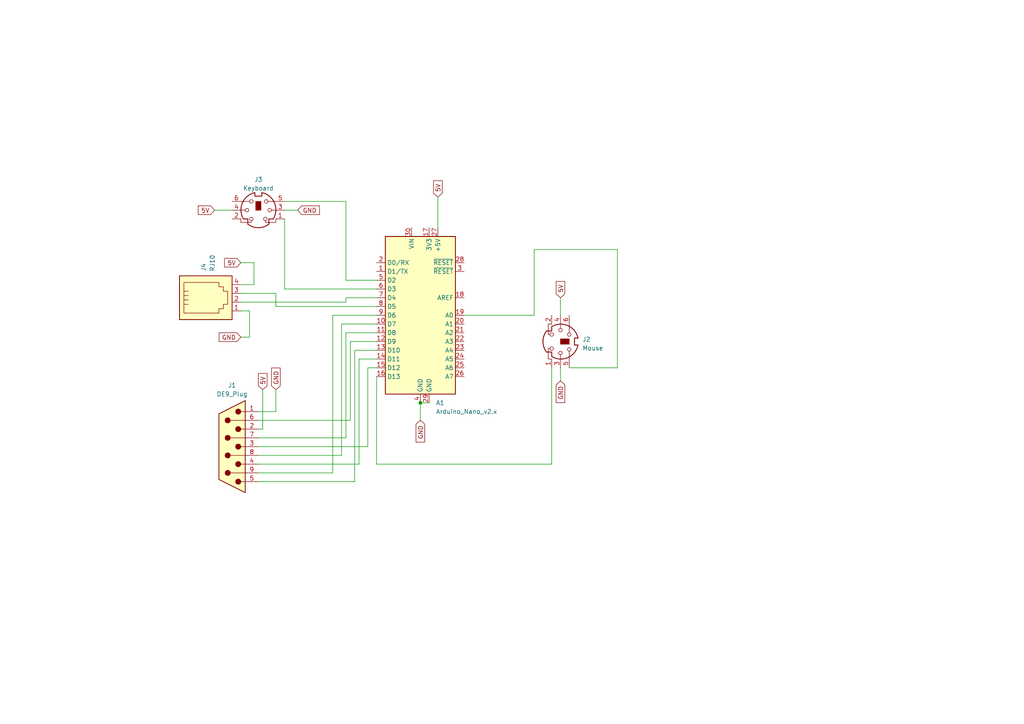
<source format=kicad_sch>
(kicad_sch (version 20230121) (generator eeschema)

  (uuid 37bac8ee-bf30-40f9-86b0-1261a727ab09)

  (paper "A4")

  (lib_symbols
    (symbol "Connector:DE9_Plug" (pin_names (offset 1.016) hide) (in_bom yes) (on_board yes)
      (property "Reference" "J" (at 0 13.97 0)
        (effects (font (size 1.27 1.27)))
      )
      (property "Value" "DE9_Plug" (at 0 -14.605 0)
        (effects (font (size 1.27 1.27)))
      )
      (property "Footprint" "" (at 0 0 0)
        (effects (font (size 1.27 1.27)) hide)
      )
      (property "Datasheet" " ~" (at 0 0 0)
        (effects (font (size 1.27 1.27)) hide)
      )
      (property "ki_keywords" "connector male plug D-SUB DB9" (at 0 0 0)
        (effects (font (size 1.27 1.27)) hide)
      )
      (property "ki_description" "9-pin male plug pin D-SUB connector" (at 0 0 0)
        (effects (font (size 1.27 1.27)) hide)
      )
      (property "ki_fp_filters" "DSUB*Male*" (at 0 0 0)
        (effects (font (size 1.27 1.27)) hide)
      )
      (symbol "DE9_Plug_0_1"
        (circle (center -1.778 -10.16) (radius 0.762)
          (stroke (width 0) (type default))
          (fill (type outline))
        )
        (circle (center -1.778 -5.08) (radius 0.762)
          (stroke (width 0) (type default))
          (fill (type outline))
        )
        (circle (center -1.778 0) (radius 0.762)
          (stroke (width 0) (type default))
          (fill (type outline))
        )
        (circle (center -1.778 5.08) (radius 0.762)
          (stroke (width 0) (type default))
          (fill (type outline))
        )
        (circle (center -1.778 10.16) (radius 0.762)
          (stroke (width 0) (type default))
          (fill (type outline))
        )
        (polyline
          (pts
            (xy -3.81 -10.16)
            (xy -2.54 -10.16)
          )
          (stroke (width 0) (type default))
          (fill (type none))
        )
        (polyline
          (pts
            (xy -3.81 -7.62)
            (xy 0.508 -7.62)
          )
          (stroke (width 0) (type default))
          (fill (type none))
        )
        (polyline
          (pts
            (xy -3.81 -5.08)
            (xy -2.54 -5.08)
          )
          (stroke (width 0) (type default))
          (fill (type none))
        )
        (polyline
          (pts
            (xy -3.81 -2.54)
            (xy 0.508 -2.54)
          )
          (stroke (width 0) (type default))
          (fill (type none))
        )
        (polyline
          (pts
            (xy -3.81 0)
            (xy -2.54 0)
          )
          (stroke (width 0) (type default))
          (fill (type none))
        )
        (polyline
          (pts
            (xy -3.81 2.54)
            (xy 0.508 2.54)
          )
          (stroke (width 0) (type default))
          (fill (type none))
        )
        (polyline
          (pts
            (xy -3.81 5.08)
            (xy -2.54 5.08)
          )
          (stroke (width 0) (type default))
          (fill (type none))
        )
        (polyline
          (pts
            (xy -3.81 7.62)
            (xy 0.508 7.62)
          )
          (stroke (width 0) (type default))
          (fill (type none))
        )
        (polyline
          (pts
            (xy -3.81 10.16)
            (xy -2.54 10.16)
          )
          (stroke (width 0) (type default))
          (fill (type none))
        )
        (polyline
          (pts
            (xy -3.81 -13.335)
            (xy -3.81 13.335)
            (xy 3.81 9.525)
            (xy 3.81 -9.525)
            (xy -3.81 -13.335)
          )
          (stroke (width 0.254) (type default))
          (fill (type background))
        )
        (circle (center 1.27 -7.62) (radius 0.762)
          (stroke (width 0) (type default))
          (fill (type outline))
        )
        (circle (center 1.27 -2.54) (radius 0.762)
          (stroke (width 0) (type default))
          (fill (type outline))
        )
        (circle (center 1.27 2.54) (radius 0.762)
          (stroke (width 0) (type default))
          (fill (type outline))
        )
        (circle (center 1.27 7.62) (radius 0.762)
          (stroke (width 0) (type default))
          (fill (type outline))
        )
      )
      (symbol "DE9_Plug_1_1"
        (pin passive line (at -7.62 -10.16 0) (length 3.81)
          (name "1" (effects (font (size 1.27 1.27))))
          (number "1" (effects (font (size 1.27 1.27))))
        )
        (pin passive line (at -7.62 -5.08 0) (length 3.81)
          (name "2" (effects (font (size 1.27 1.27))))
          (number "2" (effects (font (size 1.27 1.27))))
        )
        (pin passive line (at -7.62 0 0) (length 3.81)
          (name "3" (effects (font (size 1.27 1.27))))
          (number "3" (effects (font (size 1.27 1.27))))
        )
        (pin passive line (at -7.62 5.08 0) (length 3.81)
          (name "4" (effects (font (size 1.27 1.27))))
          (number "4" (effects (font (size 1.27 1.27))))
        )
        (pin passive line (at -7.62 10.16 0) (length 3.81)
          (name "5" (effects (font (size 1.27 1.27))))
          (number "5" (effects (font (size 1.27 1.27))))
        )
        (pin passive line (at -7.62 -7.62 0) (length 3.81)
          (name "6" (effects (font (size 1.27 1.27))))
          (number "6" (effects (font (size 1.27 1.27))))
        )
        (pin passive line (at -7.62 -2.54 0) (length 3.81)
          (name "7" (effects (font (size 1.27 1.27))))
          (number "7" (effects (font (size 1.27 1.27))))
        )
        (pin passive line (at -7.62 2.54 0) (length 3.81)
          (name "8" (effects (font (size 1.27 1.27))))
          (number "8" (effects (font (size 1.27 1.27))))
        )
        (pin passive line (at -7.62 7.62 0) (length 3.81)
          (name "9" (effects (font (size 1.27 1.27))))
          (number "9" (effects (font (size 1.27 1.27))))
        )
      )
    )
    (symbol "Connector:Mini-DIN-6" (pin_names (offset 1.016)) (in_bom yes) (on_board yes)
      (property "Reference" "J" (at 0 6.35 0)
        (effects (font (size 1.27 1.27)))
      )
      (property "Value" "Mini-DIN-6" (at 0 -6.35 0)
        (effects (font (size 1.27 1.27)))
      )
      (property "Footprint" "" (at 0 0 0)
        (effects (font (size 1.27 1.27)) hide)
      )
      (property "Datasheet" "http://service.powerdynamics.com/ec/Catalog17/Section%2011.pdf" (at 0 0 0)
        (effects (font (size 1.27 1.27)) hide)
      )
      (property "ki_keywords" "Mini-DIN" (at 0 0 0)
        (effects (font (size 1.27 1.27)) hide)
      )
      (property "ki_description" "6-pin Mini-DIN connector" (at 0 0 0)
        (effects (font (size 1.27 1.27)) hide)
      )
      (property "ki_fp_filters" "MINI?DIN*" (at 0 0 0)
        (effects (font (size 1.27 1.27)) hide)
      )
      (symbol "Mini-DIN-6_0_1"
        (circle (center -3.302 0) (radius 0.508)
          (stroke (width 0) (type default))
          (fill (type none))
        )
        (arc (start -3.048 -4.064) (mid 0 -5.08) (end 3.048 -4.064)
          (stroke (width 0.254) (type default))
          (fill (type none))
        )
        (circle (center -2.032 -2.54) (radius 0.508)
          (stroke (width 0) (type default))
          (fill (type none))
        )
        (circle (center -2.032 2.54) (radius 0.508)
          (stroke (width 0) (type default))
          (fill (type none))
        )
        (arc (start -1.016 5.08) (mid -4.6228 2.1214) (end -4.318 -2.54)
          (stroke (width 0.254) (type default))
          (fill (type none))
        )
        (rectangle (start -0.762 2.54) (end 0.762 0)
          (stroke (width 0) (type default))
          (fill (type outline))
        )
        (polyline
          (pts
            (xy -3.81 0)
            (xy -5.08 0)
          )
          (stroke (width 0) (type default))
          (fill (type none))
        )
        (polyline
          (pts
            (xy -2.54 2.54)
            (xy -5.08 2.54)
          )
          (stroke (width 0) (type default))
          (fill (type none))
        )
        (polyline
          (pts
            (xy 2.794 2.54)
            (xy 5.08 2.54)
          )
          (stroke (width 0) (type default))
          (fill (type none))
        )
        (polyline
          (pts
            (xy 5.08 0)
            (xy 3.81 0)
          )
          (stroke (width 0) (type default))
          (fill (type none))
        )
        (polyline
          (pts
            (xy -4.318 -2.54)
            (xy -3.048 -2.54)
            (xy -3.048 -4.064)
          )
          (stroke (width 0.254) (type default))
          (fill (type none))
        )
        (polyline
          (pts
            (xy 4.318 -2.54)
            (xy 3.048 -2.54)
            (xy 3.048 -4.064)
          )
          (stroke (width 0.254) (type default))
          (fill (type none))
        )
        (polyline
          (pts
            (xy -2.032 -3.048)
            (xy -2.032 -3.556)
            (xy -5.08 -3.556)
            (xy -5.08 -2.54)
          )
          (stroke (width 0) (type default))
          (fill (type none))
        )
        (polyline
          (pts
            (xy -1.016 5.08)
            (xy -1.016 4.064)
            (xy 1.016 4.064)
            (xy 1.016 5.08)
          )
          (stroke (width 0.254) (type default))
          (fill (type none))
        )
        (polyline
          (pts
            (xy 2.032 -3.048)
            (xy 2.032 -3.556)
            (xy 5.08 -3.556)
            (xy 5.08 -2.54)
          )
          (stroke (width 0) (type default))
          (fill (type none))
        )
        (circle (center 2.032 -2.54) (radius 0.508)
          (stroke (width 0) (type default))
          (fill (type none))
        )
        (circle (center 2.286 2.54) (radius 0.508)
          (stroke (width 0) (type default))
          (fill (type none))
        )
        (circle (center 3.302 0) (radius 0.508)
          (stroke (width 0) (type default))
          (fill (type none))
        )
        (arc (start 4.318 -2.54) (mid 4.6661 2.1322) (end 1.016 5.08)
          (stroke (width 0.254) (type default))
          (fill (type none))
        )
      )
      (symbol "Mini-DIN-6_1_1"
        (pin passive line (at 7.62 -2.54 180) (length 2.54)
          (name "~" (effects (font (size 1.27 1.27))))
          (number "1" (effects (font (size 1.27 1.27))))
        )
        (pin passive line (at -7.62 -2.54 0) (length 2.54)
          (name "~" (effects (font (size 1.27 1.27))))
          (number "2" (effects (font (size 1.27 1.27))))
        )
        (pin passive line (at 7.62 0 180) (length 2.54)
          (name "~" (effects (font (size 1.27 1.27))))
          (number "3" (effects (font (size 1.27 1.27))))
        )
        (pin passive line (at -7.62 0 0) (length 2.54)
          (name "~" (effects (font (size 1.27 1.27))))
          (number "4" (effects (font (size 1.27 1.27))))
        )
        (pin passive line (at 7.62 2.54 180) (length 2.54)
          (name "~" (effects (font (size 1.27 1.27))))
          (number "5" (effects (font (size 1.27 1.27))))
        )
        (pin passive line (at -7.62 2.54 0) (length 2.54)
          (name "~" (effects (font (size 1.27 1.27))))
          (number "6" (effects (font (size 1.27 1.27))))
        )
      )
    )
    (symbol "Connector:RJ10" (pin_names (offset 1.016)) (in_bom yes) (on_board yes)
      (property "Reference" "J" (at -5.08 8.89 0)
        (effects (font (size 1.27 1.27)) (justify right))
      )
      (property "Value" "RJ10" (at 2.54 8.89 0)
        (effects (font (size 1.27 1.27)) (justify left))
      )
      (property "Footprint" "" (at 0 1.27 90)
        (effects (font (size 1.27 1.27)) hide)
      )
      (property "Datasheet" "~" (at 0 1.27 90)
        (effects (font (size 1.27 1.27)) hide)
      )
      (property "ki_keywords" "4P4C RJ socket connector" (at 0 0 0)
        (effects (font (size 1.27 1.27)) hide)
      )
      (property "ki_description" "RJ connector, 4P4C (4 positions 4 connected)" (at 0 0 0)
        (effects (font (size 1.27 1.27)) hide)
      )
      (property "ki_fp_filters" "4P4C* RJ9* RJ10* RJ22*" (at 0 0 0)
        (effects (font (size 1.27 1.27)) hide)
      )
      (symbol "RJ10_0_1"
        (polyline
          (pts
            (xy -6.35 -0.635)
            (xy -5.08 -0.635)
            (xy -5.08 -0.635)
          )
          (stroke (width 0) (type default))
          (fill (type none))
        )
        (polyline
          (pts
            (xy -6.35 0.635)
            (xy -5.08 0.635)
            (xy -5.08 0.635)
          )
          (stroke (width 0) (type default))
          (fill (type none))
        )
        (polyline
          (pts
            (xy -6.35 1.905)
            (xy -5.08 1.905)
            (xy -5.08 1.905)
          )
          (stroke (width 0) (type default))
          (fill (type none))
        )
        (polyline
          (pts
            (xy -6.35 3.175)
            (xy -5.08 3.175)
            (xy -5.08 3.175)
          )
          (stroke (width 0) (type default))
          (fill (type none))
        )
        (polyline
          (pts
            (xy -6.35 -3.175)
            (xy -6.35 5.715)
            (xy -1.27 5.715)
            (xy 3.81 5.715)
            (xy 3.81 4.445)
            (xy 5.08 4.445)
            (xy 5.08 3.175)
            (xy 6.35 3.175)
            (xy 6.35 -0.635)
            (xy 5.08 -0.635)
            (xy 5.08 -1.905)
            (xy 3.81 -1.905)
            (xy 3.81 -3.175)
            (xy -6.35 -3.175)
            (xy -6.35 -3.175)
          )
          (stroke (width 0) (type default))
          (fill (type none))
        )
        (rectangle (start 7.62 7.62) (end -7.62 -5.08)
          (stroke (width 0.254) (type default))
          (fill (type background))
        )
      )
      (symbol "RJ10_1_1"
        (pin passive line (at 10.16 -2.54 180) (length 2.54)
          (name "~" (effects (font (size 1.27 1.27))))
          (number "1" (effects (font (size 1.27 1.27))))
        )
        (pin passive line (at 10.16 0 180) (length 2.54)
          (name "~" (effects (font (size 1.27 1.27))))
          (number "2" (effects (font (size 1.27 1.27))))
        )
        (pin passive line (at 10.16 2.54 180) (length 2.54)
          (name "~" (effects (font (size 1.27 1.27))))
          (number "3" (effects (font (size 1.27 1.27))))
        )
        (pin passive line (at 10.16 5.08 180) (length 2.54)
          (name "~" (effects (font (size 1.27 1.27))))
          (number "4" (effects (font (size 1.27 1.27))))
        )
      )
    )
    (symbol "MCU_Module:Arduino_Nano_v2.x" (in_bom yes) (on_board yes)
      (property "Reference" "A" (at -10.16 23.495 0)
        (effects (font (size 1.27 1.27)) (justify left bottom))
      )
      (property "Value" "Arduino_Nano_v2.x" (at 5.08 -24.13 0)
        (effects (font (size 1.27 1.27)) (justify left top))
      )
      (property "Footprint" "Module:Arduino_Nano" (at 0 0 0)
        (effects (font (size 1.27 1.27) italic) hide)
      )
      (property "Datasheet" "https://www.arduino.cc/en/uploads/Main/ArduinoNanoManual23.pdf" (at 0 0 0)
        (effects (font (size 1.27 1.27)) hide)
      )
      (property "ki_keywords" "Arduino nano microcontroller module USB" (at 0 0 0)
        (effects (font (size 1.27 1.27)) hide)
      )
      (property "ki_description" "Arduino Nano v2.x" (at 0 0 0)
        (effects (font (size 1.27 1.27)) hide)
      )
      (property "ki_fp_filters" "Arduino*Nano*" (at 0 0 0)
        (effects (font (size 1.27 1.27)) hide)
      )
      (symbol "Arduino_Nano_v2.x_0_1"
        (rectangle (start -10.16 22.86) (end 10.16 -22.86)
          (stroke (width 0.254) (type default))
          (fill (type background))
        )
      )
      (symbol "Arduino_Nano_v2.x_1_1"
        (pin bidirectional line (at -12.7 12.7 0) (length 2.54)
          (name "D1/TX" (effects (font (size 1.27 1.27))))
          (number "1" (effects (font (size 1.27 1.27))))
        )
        (pin bidirectional line (at -12.7 -2.54 0) (length 2.54)
          (name "D7" (effects (font (size 1.27 1.27))))
          (number "10" (effects (font (size 1.27 1.27))))
        )
        (pin bidirectional line (at -12.7 -5.08 0) (length 2.54)
          (name "D8" (effects (font (size 1.27 1.27))))
          (number "11" (effects (font (size 1.27 1.27))))
        )
        (pin bidirectional line (at -12.7 -7.62 0) (length 2.54)
          (name "D9" (effects (font (size 1.27 1.27))))
          (number "12" (effects (font (size 1.27 1.27))))
        )
        (pin bidirectional line (at -12.7 -10.16 0) (length 2.54)
          (name "D10" (effects (font (size 1.27 1.27))))
          (number "13" (effects (font (size 1.27 1.27))))
        )
        (pin bidirectional line (at -12.7 -12.7 0) (length 2.54)
          (name "D11" (effects (font (size 1.27 1.27))))
          (number "14" (effects (font (size 1.27 1.27))))
        )
        (pin bidirectional line (at -12.7 -15.24 0) (length 2.54)
          (name "D12" (effects (font (size 1.27 1.27))))
          (number "15" (effects (font (size 1.27 1.27))))
        )
        (pin bidirectional line (at -12.7 -17.78 0) (length 2.54)
          (name "D13" (effects (font (size 1.27 1.27))))
          (number "16" (effects (font (size 1.27 1.27))))
        )
        (pin power_out line (at 2.54 25.4 270) (length 2.54)
          (name "3V3" (effects (font (size 1.27 1.27))))
          (number "17" (effects (font (size 1.27 1.27))))
        )
        (pin input line (at 12.7 5.08 180) (length 2.54)
          (name "AREF" (effects (font (size 1.27 1.27))))
          (number "18" (effects (font (size 1.27 1.27))))
        )
        (pin bidirectional line (at 12.7 0 180) (length 2.54)
          (name "A0" (effects (font (size 1.27 1.27))))
          (number "19" (effects (font (size 1.27 1.27))))
        )
        (pin bidirectional line (at -12.7 15.24 0) (length 2.54)
          (name "D0/RX" (effects (font (size 1.27 1.27))))
          (number "2" (effects (font (size 1.27 1.27))))
        )
        (pin bidirectional line (at 12.7 -2.54 180) (length 2.54)
          (name "A1" (effects (font (size 1.27 1.27))))
          (number "20" (effects (font (size 1.27 1.27))))
        )
        (pin bidirectional line (at 12.7 -5.08 180) (length 2.54)
          (name "A2" (effects (font (size 1.27 1.27))))
          (number "21" (effects (font (size 1.27 1.27))))
        )
        (pin bidirectional line (at 12.7 -7.62 180) (length 2.54)
          (name "A3" (effects (font (size 1.27 1.27))))
          (number "22" (effects (font (size 1.27 1.27))))
        )
        (pin bidirectional line (at 12.7 -10.16 180) (length 2.54)
          (name "A4" (effects (font (size 1.27 1.27))))
          (number "23" (effects (font (size 1.27 1.27))))
        )
        (pin bidirectional line (at 12.7 -12.7 180) (length 2.54)
          (name "A5" (effects (font (size 1.27 1.27))))
          (number "24" (effects (font (size 1.27 1.27))))
        )
        (pin bidirectional line (at 12.7 -15.24 180) (length 2.54)
          (name "A6" (effects (font (size 1.27 1.27))))
          (number "25" (effects (font (size 1.27 1.27))))
        )
        (pin bidirectional line (at 12.7 -17.78 180) (length 2.54)
          (name "A7" (effects (font (size 1.27 1.27))))
          (number "26" (effects (font (size 1.27 1.27))))
        )
        (pin power_out line (at 5.08 25.4 270) (length 2.54)
          (name "+5V" (effects (font (size 1.27 1.27))))
          (number "27" (effects (font (size 1.27 1.27))))
        )
        (pin input line (at 12.7 15.24 180) (length 2.54)
          (name "~{RESET}" (effects (font (size 1.27 1.27))))
          (number "28" (effects (font (size 1.27 1.27))))
        )
        (pin power_in line (at 2.54 -25.4 90) (length 2.54)
          (name "GND" (effects (font (size 1.27 1.27))))
          (number "29" (effects (font (size 1.27 1.27))))
        )
        (pin input line (at 12.7 12.7 180) (length 2.54)
          (name "~{RESET}" (effects (font (size 1.27 1.27))))
          (number "3" (effects (font (size 1.27 1.27))))
        )
        (pin power_in line (at -2.54 25.4 270) (length 2.54)
          (name "VIN" (effects (font (size 1.27 1.27))))
          (number "30" (effects (font (size 1.27 1.27))))
        )
        (pin power_in line (at 0 -25.4 90) (length 2.54)
          (name "GND" (effects (font (size 1.27 1.27))))
          (number "4" (effects (font (size 1.27 1.27))))
        )
        (pin bidirectional line (at -12.7 10.16 0) (length 2.54)
          (name "D2" (effects (font (size 1.27 1.27))))
          (number "5" (effects (font (size 1.27 1.27))))
        )
        (pin bidirectional line (at -12.7 7.62 0) (length 2.54)
          (name "D3" (effects (font (size 1.27 1.27))))
          (number "6" (effects (font (size 1.27 1.27))))
        )
        (pin bidirectional line (at -12.7 5.08 0) (length 2.54)
          (name "D4" (effects (font (size 1.27 1.27))))
          (number "7" (effects (font (size 1.27 1.27))))
        )
        (pin bidirectional line (at -12.7 2.54 0) (length 2.54)
          (name "D5" (effects (font (size 1.27 1.27))))
          (number "8" (effects (font (size 1.27 1.27))))
        )
        (pin bidirectional line (at -12.7 0 0) (length 2.54)
          (name "D6" (effects (font (size 1.27 1.27))))
          (number "9" (effects (font (size 1.27 1.27))))
        )
      )
    )
  )

  (junction (at 121.92 116.84) (diameter 0) (color 0 0 0 0)
    (uuid 7933f02c-6508-42dc-a1cc-1b8e53da3971)
  )

  (wire (pts (xy 72.39 97.79) (xy 72.39 90.17))
    (stroke (width 0) (type default))
    (uuid 010fb847-3e8a-42a4-94d6-2c2698e85e2d)
  )
  (wire (pts (xy 62.23 60.96) (xy 67.31 60.96))
    (stroke (width 0) (type default))
    (uuid 07950728-7c32-43a3-bcdd-693f7954857e)
  )
  (wire (pts (xy 102.87 139.7) (xy 102.87 101.6))
    (stroke (width 0) (type default))
    (uuid 09ebc521-1ce1-49a5-97c2-135c82b1760f)
  )
  (wire (pts (xy 74.93 119.38) (xy 80.01 119.38))
    (stroke (width 0) (type default))
    (uuid 0e01ae3f-00a3-4f47-9775-d6fb63ebb570)
  )
  (wire (pts (xy 104.14 134.62) (xy 104.14 104.14))
    (stroke (width 0) (type default))
    (uuid 10dd2bcd-52f3-4999-87cb-f7275412f673)
  )
  (wire (pts (xy 109.22 91.44) (xy 96.52 91.44))
    (stroke (width 0) (type default))
    (uuid 25436a1b-526a-4c4a-a261-d3e2b7ebfef6)
  )
  (wire (pts (xy 99.06 93.98) (xy 109.22 93.98))
    (stroke (width 0) (type default))
    (uuid 25495a2a-dd00-4970-a7e1-72adec854e35)
  )
  (wire (pts (xy 101.6 121.92) (xy 101.6 99.06))
    (stroke (width 0) (type default))
    (uuid 28fcfad1-9780-4c5d-9d98-09d3bbd89048)
  )
  (wire (pts (xy 74.93 121.92) (xy 101.6 121.92))
    (stroke (width 0) (type default))
    (uuid 29e93da1-035b-4dd4-a92b-1b9c5442b733)
  )
  (wire (pts (xy 82.55 60.96) (xy 86.36 60.96))
    (stroke (width 0) (type default))
    (uuid 2f84cc97-c468-4f7d-8af7-ae1232cd3982)
  )
  (wire (pts (xy 69.85 85.09) (xy 80.01 85.09))
    (stroke (width 0) (type default))
    (uuid 3c7a7cc7-222a-4cb5-89d0-b958de102fcd)
  )
  (wire (pts (xy 109.22 134.62) (xy 160.02 134.62))
    (stroke (width 0) (type default))
    (uuid 4d0c3536-3905-4089-82b3-faba5ab4cd41)
  )
  (wire (pts (xy 160.02 134.62) (xy 160.02 106.68))
    (stroke (width 0) (type default))
    (uuid 4f50940e-5d6b-47af-878b-384c44d47b19)
  )
  (wire (pts (xy 100.33 86.36) (xy 109.22 86.36))
    (stroke (width 0) (type default))
    (uuid 58b08e6c-4d4b-4c31-9bd1-e58962f6e964)
  )
  (wire (pts (xy 82.55 63.5) (xy 82.55 83.82))
    (stroke (width 0) (type default))
    (uuid 5d8616f9-006e-4147-a186-22d438ef5ce8)
  )
  (wire (pts (xy 80.01 88.9) (xy 109.22 88.9))
    (stroke (width 0) (type default))
    (uuid 5e6882df-2f15-4629-9fb0-efda06079f78)
  )
  (wire (pts (xy 69.85 97.79) (xy 72.39 97.79))
    (stroke (width 0) (type default))
    (uuid 63187e50-999e-4937-acc7-0d0fea23e4c2)
  )
  (wire (pts (xy 179.07 72.39) (xy 179.07 106.68))
    (stroke (width 0) (type default))
    (uuid 63a5c9ed-2251-4ac0-b059-f5317a3ead91)
  )
  (wire (pts (xy 106.68 129.54) (xy 106.68 106.68))
    (stroke (width 0) (type default))
    (uuid 6c8031d0-960e-479b-b697-6b7f5754de99)
  )
  (wire (pts (xy 74.93 132.08) (xy 99.06 132.08))
    (stroke (width 0) (type default))
    (uuid 6d753d74-19ba-4810-9845-bfe5eff1d2ed)
  )
  (wire (pts (xy 100.33 58.42) (xy 100.33 81.28))
    (stroke (width 0) (type default))
    (uuid 782a31fb-9f2b-46b2-a496-088a71d9d41b)
  )
  (wire (pts (xy 73.66 82.55) (xy 73.66 76.2))
    (stroke (width 0) (type default))
    (uuid 7d82c684-a9ba-4da7-8a52-16e6ecd4e1d5)
  )
  (wire (pts (xy 121.92 116.84) (xy 124.46 116.84))
    (stroke (width 0) (type default))
    (uuid 7f0b4be2-ad5e-4165-b7ed-b32c2d76a728)
  )
  (wire (pts (xy 121.92 116.84) (xy 121.92 121.92))
    (stroke (width 0) (type default))
    (uuid 84c49e9b-9ad3-4791-9adb-baf66e528a05)
  )
  (wire (pts (xy 74.93 127) (xy 100.33 127))
    (stroke (width 0) (type default))
    (uuid 87ef76e5-3d22-4585-a630-4c5612b2e8b6)
  )
  (wire (pts (xy 109.22 109.22) (xy 109.22 134.62))
    (stroke (width 0) (type default))
    (uuid 89cbdb27-f6df-43ee-a728-0a873b34f3a0)
  )
  (wire (pts (xy 127 57.15) (xy 127 66.04))
    (stroke (width 0) (type default))
    (uuid 8b7a65d1-f0da-4cd3-bdfc-bbdfd4ca139e)
  )
  (wire (pts (xy 76.2 124.46) (xy 76.2 113.03))
    (stroke (width 0) (type default))
    (uuid 8c39ecaa-bdbd-4bad-bde3-7c92a50d1c4c)
  )
  (wire (pts (xy 100.33 87.63) (xy 100.33 86.36))
    (stroke (width 0) (type default))
    (uuid 8c59ee67-069f-48ba-b6bb-4fafb13952ac)
  )
  (wire (pts (xy 80.01 85.09) (xy 80.01 88.9))
    (stroke (width 0) (type default))
    (uuid 91b9c50d-ab2a-4e4e-8382-463f1710b512)
  )
  (wire (pts (xy 100.33 81.28) (xy 109.22 81.28))
    (stroke (width 0) (type default))
    (uuid 95c62631-3e78-441e-a250-c590962b2a3e)
  )
  (wire (pts (xy 106.68 106.68) (xy 109.22 106.68))
    (stroke (width 0) (type default))
    (uuid 982d9b86-c161-491b-b133-a198130a2ecf)
  )
  (wire (pts (xy 162.56 86.36) (xy 162.56 91.44))
    (stroke (width 0) (type default))
    (uuid a3773f21-04fc-4b92-9b03-5f28529cb500)
  )
  (wire (pts (xy 74.93 129.54) (xy 106.68 129.54))
    (stroke (width 0) (type default))
    (uuid a96f47ec-9b92-40c9-b082-6bb871282fde)
  )
  (wire (pts (xy 154.94 91.44) (xy 154.94 72.39))
    (stroke (width 0) (type default))
    (uuid aac8d7b3-465b-4750-b0f1-ae20b9eae016)
  )
  (wire (pts (xy 72.39 90.17) (xy 69.85 90.17))
    (stroke (width 0) (type default))
    (uuid abb6f280-33cf-43fb-9be7-cbdcc54a2c95)
  )
  (wire (pts (xy 104.14 104.14) (xy 109.22 104.14))
    (stroke (width 0) (type default))
    (uuid b2c9da1a-b360-495d-9fa1-4193e1774424)
  )
  (wire (pts (xy 96.52 91.44) (xy 96.52 137.16))
    (stroke (width 0) (type default))
    (uuid c2cdb5df-0ede-4a5b-966d-fe015337d293)
  )
  (wire (pts (xy 74.93 139.7) (xy 102.87 139.7))
    (stroke (width 0) (type default))
    (uuid c37593f6-3606-4753-b3af-6dbb1526db0d)
  )
  (wire (pts (xy 100.33 96.52) (xy 109.22 96.52))
    (stroke (width 0) (type default))
    (uuid c3f27d16-4957-461d-ab24-97fc5d23193e)
  )
  (wire (pts (xy 96.52 137.16) (xy 74.93 137.16))
    (stroke (width 0) (type default))
    (uuid c4dca86f-a33c-46ae-8ff7-78668f08d86f)
  )
  (wire (pts (xy 162.56 106.68) (xy 162.56 110.49))
    (stroke (width 0) (type default))
    (uuid c670fb6c-b622-4dd2-8dd0-d14d84ac848a)
  )
  (wire (pts (xy 101.6 99.06) (xy 109.22 99.06))
    (stroke (width 0) (type default))
    (uuid c6e50e8c-1df7-4bd8-8a1a-6d308fb60576)
  )
  (wire (pts (xy 73.66 76.2) (xy 69.85 76.2))
    (stroke (width 0) (type default))
    (uuid c7eee1e3-130a-4796-abc6-973fb736cae5)
  )
  (wire (pts (xy 82.55 58.42) (xy 100.33 58.42))
    (stroke (width 0) (type default))
    (uuid ce6b465d-a36a-49b3-b926-897bc4267251)
  )
  (wire (pts (xy 102.87 101.6) (xy 109.22 101.6))
    (stroke (width 0) (type default))
    (uuid d6173b07-0382-4e3b-aa8b-8a045bdfabcc)
  )
  (wire (pts (xy 100.33 127) (xy 100.33 96.52))
    (stroke (width 0) (type default))
    (uuid d7b06da5-7acf-4683-952a-4abfceab128c)
  )
  (wire (pts (xy 74.93 134.62) (xy 104.14 134.62))
    (stroke (width 0) (type default))
    (uuid dc4ae04f-fdf1-45ae-a9cc-2a18a0ede8c5)
  )
  (wire (pts (xy 99.06 132.08) (xy 99.06 93.98))
    (stroke (width 0) (type default))
    (uuid e3134168-355f-430c-8375-efefed56ea59)
  )
  (wire (pts (xy 80.01 119.38) (xy 80.01 113.03))
    (stroke (width 0) (type default))
    (uuid e6b8ac6e-48ef-4c69-b8ac-7e704e4a45d8)
  )
  (wire (pts (xy 154.94 72.39) (xy 179.07 72.39))
    (stroke (width 0) (type default))
    (uuid e7f651e1-d787-4185-9d82-367f53d66e20)
  )
  (wire (pts (xy 74.93 124.46) (xy 76.2 124.46))
    (stroke (width 0) (type default))
    (uuid ece07fda-4083-469f-ae01-4f4a1b4e27de)
  )
  (wire (pts (xy 179.07 106.68) (xy 165.1 106.68))
    (stroke (width 0) (type default))
    (uuid eef00bb6-ef00-4494-bec5-11cb32c553d4)
  )
  (wire (pts (xy 69.85 87.63) (xy 100.33 87.63))
    (stroke (width 0) (type default))
    (uuid f0d809d7-0169-405e-8cf1-97a10141040e)
  )
  (wire (pts (xy 134.62 91.44) (xy 154.94 91.44))
    (stroke (width 0) (type default))
    (uuid f138607f-4dad-43c1-8e0a-1eef6835bdec)
  )
  (wire (pts (xy 69.85 82.55) (xy 73.66 82.55))
    (stroke (width 0) (type default))
    (uuid f1a3ad74-8bba-4b46-8eef-93e855271fc6)
  )
  (wire (pts (xy 82.55 83.82) (xy 109.22 83.82))
    (stroke (width 0) (type default))
    (uuid fa6dcd1d-9b79-4bdd-b64e-7fc7ac98e072)
  )

  (global_label "5V" (shape input) (at 127 57.15 90) (fields_autoplaced)
    (effects (font (size 1.27 1.27)) (justify left))
    (uuid 15f61120-8f30-4f4f-ac55-a36215155d14)
    (property "Intersheetrefs" "${INTERSHEET_REFS}" (at 127 51.9461 90)
      (effects (font (size 1.27 1.27)) (justify left) hide)
    )
  )
  (global_label "GND" (shape input) (at 162.56 110.49 270) (fields_autoplaced)
    (effects (font (size 1.27 1.27)) (justify right))
    (uuid 1de73193-a996-4f75-b119-2ab128233c16)
    (property "Intersheetrefs" "${INTERSHEET_REFS}" (at 162.56 117.2663 90)
      (effects (font (size 1.27 1.27)) (justify right) hide)
    )
  )
  (global_label "GND" (shape input) (at 86.36 60.96 0) (fields_autoplaced)
    (effects (font (size 1.27 1.27)) (justify left))
    (uuid 3a4f91ec-0e07-4cb2-848f-b55b588f761d)
    (property "Intersheetrefs" "${INTERSHEET_REFS}" (at 93.1363 60.96 0)
      (effects (font (size 1.27 1.27)) (justify left) hide)
    )
  )
  (global_label "5V" (shape input) (at 62.23 60.96 180) (fields_autoplaced)
    (effects (font (size 1.27 1.27)) (justify right))
    (uuid 3d2c9ef5-fccc-4caa-a041-956dd48c21ef)
    (property "Intersheetrefs" "${INTERSHEET_REFS}" (at 57.0261 60.96 0)
      (effects (font (size 1.27 1.27)) (justify right) hide)
    )
  )
  (global_label "GND" (shape input) (at 69.85 97.79 180) (fields_autoplaced)
    (effects (font (size 1.27 1.27)) (justify right))
    (uuid 42ae21c7-3d57-4fde-8f1f-a01d4c165f6d)
    (property "Intersheetrefs" "${INTERSHEET_REFS}" (at 63.0737 97.79 0)
      (effects (font (size 1.27 1.27)) (justify right) hide)
    )
  )
  (global_label "5V" (shape input) (at 76.2 113.03 90) (fields_autoplaced)
    (effects (font (size 1.27 1.27)) (justify left))
    (uuid 6b4f828b-2ec6-47fe-a06f-e395070aca90)
    (property "Intersheetrefs" "${INTERSHEET_REFS}" (at 76.2 107.8261 90)
      (effects (font (size 1.27 1.27)) (justify left) hide)
    )
  )
  (global_label "5V" (shape input) (at 69.85 76.2 180) (fields_autoplaced)
    (effects (font (size 1.27 1.27)) (justify right))
    (uuid 7e6fe630-711c-41d5-bc0e-b05e7c13f612)
    (property "Intersheetrefs" "${INTERSHEET_REFS}" (at 64.6461 76.2 0)
      (effects (font (size 1.27 1.27)) (justify right) hide)
    )
  )
  (global_label "5V" (shape input) (at 162.56 86.36 90) (fields_autoplaced)
    (effects (font (size 1.27 1.27)) (justify left))
    (uuid 91bb3df5-e07e-4ce0-9d63-be89540a4ba9)
    (property "Intersheetrefs" "${INTERSHEET_REFS}" (at 162.56 81.1561 90)
      (effects (font (size 1.27 1.27)) (justify left) hide)
    )
  )
  (global_label "GND" (shape input) (at 121.92 121.92 270) (fields_autoplaced)
    (effects (font (size 1.27 1.27)) (justify right))
    (uuid 9bf82dad-f226-4d3b-a41d-1adec5402f09)
    (property "Intersheetrefs" "${INTERSHEET_REFS}" (at 121.92 128.6963 90)
      (effects (font (size 1.27 1.27)) (justify right) hide)
    )
  )
  (global_label "GND" (shape input) (at 80.01 113.03 90) (fields_autoplaced)
    (effects (font (size 1.27 1.27)) (justify left))
    (uuid a76ca010-2fdc-43cf-bc24-29243cc746c5)
    (property "Intersheetrefs" "${INTERSHEET_REFS}" (at 80.01 106.2537 90)
      (effects (font (size 1.27 1.27)) (justify left) hide)
    )
  )

  (symbol (lib_id "MCU_Module:Arduino_Nano_v2.x") (at 121.92 91.44 0) (unit 1)
    (in_bom yes) (on_board yes) (dnp no) (fields_autoplaced)
    (uuid 0cc0576f-fff3-4725-b00e-a099eaf0e2d8)
    (property "Reference" "A1" (at 126.4159 116.84 0)
      (effects (font (size 1.27 1.27)) (justify left))
    )
    (property "Value" "Arduino_Nano_v2.x" (at 126.4159 119.38 0)
      (effects (font (size 1.27 1.27)) (justify left))
    )
    (property "Footprint" "Module:Arduino_Nano" (at 121.92 91.44 0)
      (effects (font (size 1.27 1.27) italic) hide)
    )
    (property "Datasheet" "https://www.arduino.cc/en/uploads/Main/ArduinoNanoManual23.pdf" (at 121.92 91.44 0)
      (effects (font (size 1.27 1.27)) hide)
    )
    (pin "1" (uuid 853dd2b2-2317-4b42-9fec-e6f46da62edb))
    (pin "10" (uuid faac812b-cafb-40ff-b1ab-9156273c0bdc))
    (pin "11" (uuid 732281cf-13e4-4268-99d0-2f7a1b9927bd))
    (pin "12" (uuid c5003775-b73c-457c-a6e7-dfd7873d1fa5))
    (pin "13" (uuid 29c19cae-d031-4801-801e-a779ed01f735))
    (pin "14" (uuid 043edcdd-cb87-4ff1-a095-33bb3f26877d))
    (pin "15" (uuid 8b29dd5b-c760-4ef1-8ab6-7eb09e3ef3de))
    (pin "16" (uuid f0df7122-4766-4eba-a716-1b0b374e355f))
    (pin "17" (uuid 6b3c6659-8861-4963-9b32-35849f6d39c8))
    (pin "18" (uuid baa84c97-307e-4012-8851-e08ac7f099c1))
    (pin "19" (uuid f2f82f75-b3fe-4d2d-83cd-476daa404ae3))
    (pin "2" (uuid 288a9968-208c-479a-a7bb-3101573d88df))
    (pin "20" (uuid 3fe98b34-bcdb-49e2-9cae-18d39caa2df3))
    (pin "21" (uuid bdf726a2-f7ad-4198-9389-6b8e487b354e))
    (pin "22" (uuid 4352bd86-36ee-486f-87f3-6ce30ca7c74c))
    (pin "23" (uuid f56d1d4d-9908-46a2-8ec0-bb7fad296b4a))
    (pin "24" (uuid bf8b0792-5547-42a4-a12f-79751e6795e9))
    (pin "25" (uuid 584b97d3-c42e-4564-883e-945c597c71ed))
    (pin "26" (uuid ebec88bb-af5d-45ff-b574-4eb6be15887d))
    (pin "27" (uuid d8cf8cfc-fbc6-4b44-b744-af3d09cca880))
    (pin "28" (uuid 91ace6e6-cc26-4b1c-94d3-4e8a1db91d86))
    (pin "29" (uuid 8c6065b8-96fd-47f4-aba2-9ad6f821de88))
    (pin "3" (uuid e52c6d9c-9e98-4131-8570-bd77f2810719))
    (pin "30" (uuid 6eac5798-f060-4fb5-b74b-1fa9f46e6dcb))
    (pin "4" (uuid b47cac97-9f29-4780-ace3-69dd809a7895))
    (pin "5" (uuid f22b7643-a4fe-4f26-b646-16121f50fc81))
    (pin "6" (uuid 3746a020-f1bc-455e-8f9f-d0441a11f64d))
    (pin "7" (uuid 242f14c2-bbf2-4632-abe8-0763e649f94f))
    (pin "8" (uuid ba6236ff-4682-475c-a9e6-e4a519337f21))
    (pin "9" (uuid b5778d1c-96ce-48bd-af78-ab40963d9daf))
    (instances
      (project "dual_arduino_macplus_adapter"
        (path "/37bac8ee-bf30-40f9-86b0-1261a727ab09"
          (reference "A1") (unit 1)
        )
      )
    )
  )

  (symbol (lib_id "Connector:Mini-DIN-6") (at 162.56 99.06 270) (unit 1)
    (in_bom yes) (on_board yes) (dnp no) (fields_autoplaced)
    (uuid 154b0669-8243-4c65-9429-f2e656cfa804)
    (property "Reference" "J2" (at 168.91 98.4427 90)
      (effects (font (size 1.27 1.27)) (justify left))
    )
    (property "Value" "Mouse" (at 168.91 100.9827 90)
      (effects (font (size 1.27 1.27)) (justify left))
    )
    (property "Footprint" "Custom_Footprints:Connector_Mini-DIN_Female_6Pin_2rows" (at 162.56 99.06 0)
      (effects (font (size 1.27 1.27)) hide)
    )
    (property "Datasheet" "http://service.powerdynamics.com/ec/Catalog17/Section%2011.pdf" (at 162.56 99.06 0)
      (effects (font (size 1.27 1.27)) hide)
    )
    (pin "1" (uuid 6f6c576e-f45a-4942-a6a7-7138c58554d7))
    (pin "2" (uuid 4d0b6c8f-d6b2-4e52-b14e-d9fff4d09952))
    (pin "3" (uuid dffb8e8a-213a-46fd-97b1-556fff066aa9))
    (pin "4" (uuid 45580ed7-4670-41b5-b9c8-1c7328d73b12))
    (pin "5" (uuid a79ff7b5-cc02-4710-a2ea-63710670738f))
    (pin "6" (uuid a59a26a5-44a0-45e5-a2fe-a13e3fb0084f))
    (instances
      (project "dual_arduino_macplus_adapter"
        (path "/37bac8ee-bf30-40f9-86b0-1261a727ab09"
          (reference "J2") (unit 1)
        )
      )
    )
  )

  (symbol (lib_id "Connector:Mini-DIN-6") (at 74.93 60.96 0) (unit 1)
    (in_bom yes) (on_board yes) (dnp no) (fields_autoplaced)
    (uuid 26521cc4-268e-4be7-8e50-c676ddb408a9)
    (property "Reference" "J3" (at 74.9477 52.07 0)
      (effects (font (size 1.27 1.27)))
    )
    (property "Value" "Keyboard" (at 74.9477 54.61 0)
      (effects (font (size 1.27 1.27)))
    )
    (property "Footprint" "Custom_Footprints:Connector_Mini-DIN_Female_6Pin_2rows" (at 74.93 60.96 0)
      (effects (font (size 1.27 1.27)) hide)
    )
    (property "Datasheet" "http://service.powerdynamics.com/ec/Catalog17/Section%2011.pdf" (at 74.93 60.96 0)
      (effects (font (size 1.27 1.27)) hide)
    )
    (pin "1" (uuid 90d0f5ce-795a-406c-85d3-41495185da21))
    (pin "2" (uuid 4574e1e7-fb19-4c94-9858-e88698caa5d5))
    (pin "3" (uuid 905f97a6-54a8-48d6-b423-3ccd0e7d01c3))
    (pin "4" (uuid d8bc97d9-b3b2-4df7-9f48-5b865e3270e6))
    (pin "5" (uuid 0630e186-d870-4335-bfaa-7b5a52b0e2f0))
    (pin "6" (uuid 97c2c845-2cc3-4202-b398-f7e9416fc9a9))
    (instances
      (project "dual_arduino_macplus_adapter"
        (path "/37bac8ee-bf30-40f9-86b0-1261a727ab09"
          (reference "J3") (unit 1)
        )
      )
    )
  )

  (symbol (lib_id "Connector:DE9_Plug") (at 67.31 129.54 180) (unit 1)
    (in_bom yes) (on_board yes) (dnp no) (fields_autoplaced)
    (uuid ac9049a9-bc6e-4de0-addd-cdda88a98f11)
    (property "Reference" "J1" (at 67.31 111.76 0)
      (effects (font (size 1.27 1.27)))
    )
    (property "Value" "DE9_Plug" (at 67.31 114.3 0)
      (effects (font (size 1.27 1.27)))
    )
    (property "Footprint" "Connector_Dsub:DSUB-9_Female_Horizontal_P2.77x2.84mm_EdgePinOffset4.94mm_Housed_MountingHolesOffset7.48mm" (at 67.31 129.54 0)
      (effects (font (size 1.27 1.27)) hide)
    )
    (property "Datasheet" " ~" (at 67.31 129.54 0)
      (effects (font (size 1.27 1.27)) hide)
    )
    (pin "1" (uuid 690c1c2f-267c-4222-aace-7a3891f67379))
    (pin "2" (uuid 90fbce12-1346-4492-b919-79ff255cc553))
    (pin "3" (uuid 2d263f1f-ff3a-4adc-a92a-8390e716cac3))
    (pin "4" (uuid bbe0a99b-be68-458e-b293-fe24f87ce87f))
    (pin "5" (uuid cc40ec1f-98cf-442f-8d3e-1ef05927aca9))
    (pin "6" (uuid 0e80b2be-56ca-477f-8665-33ecf728d0e9))
    (pin "7" (uuid 4d77a73c-68aa-462b-8b37-ae978589ffc1))
    (pin "8" (uuid 85866d20-e03b-4f34-864a-1e8ae37c4b67))
    (pin "9" (uuid 9b81b08c-239b-4247-8dad-af36a63bbbd3))
    (instances
      (project "dual_arduino_macplus_adapter"
        (path "/37bac8ee-bf30-40f9-86b0-1261a727ab09"
          (reference "J1") (unit 1)
        )
      )
    )
  )

  (symbol (lib_id "Connector:RJ10") (at 59.69 87.63 0) (unit 1)
    (in_bom yes) (on_board yes) (dnp no) (fields_autoplaced)
    (uuid af11dc10-224e-44d3-96cf-0ffea5fad584)
    (property "Reference" "J4" (at 59.055 78.74 90)
      (effects (font (size 1.27 1.27)) (justify left))
    )
    (property "Value" "RJ10" (at 61.595 78.74 90)
      (effects (font (size 1.27 1.27)) (justify left))
    )
    (property "Footprint" "Connector_RJ:RJ14_Connfly_DS1133-S4_Horizontal" (at 59.69 86.36 90)
      (effects (font (size 1.27 1.27)) hide)
    )
    (property "Datasheet" "~" (at 59.69 86.36 90)
      (effects (font (size 1.27 1.27)) hide)
    )
    (pin "1" (uuid 856adb20-8b22-4998-8948-0b8d80737f2f))
    (pin "2" (uuid 6097c05d-9500-42c3-a6c8-af161c9abb71))
    (pin "3" (uuid 508d25a5-5602-48b9-a10d-2e344ea85835))
    (pin "4" (uuid 1145aaeb-86e1-4245-9a40-7c4c07cccd32))
    (instances
      (project "dual_arduino_macplus_adapter"
        (path "/37bac8ee-bf30-40f9-86b0-1261a727ab09"
          (reference "J4") (unit 1)
        )
      )
    )
  )

  (sheet_instances
    (path "/" (page "1"))
  )
)

</source>
